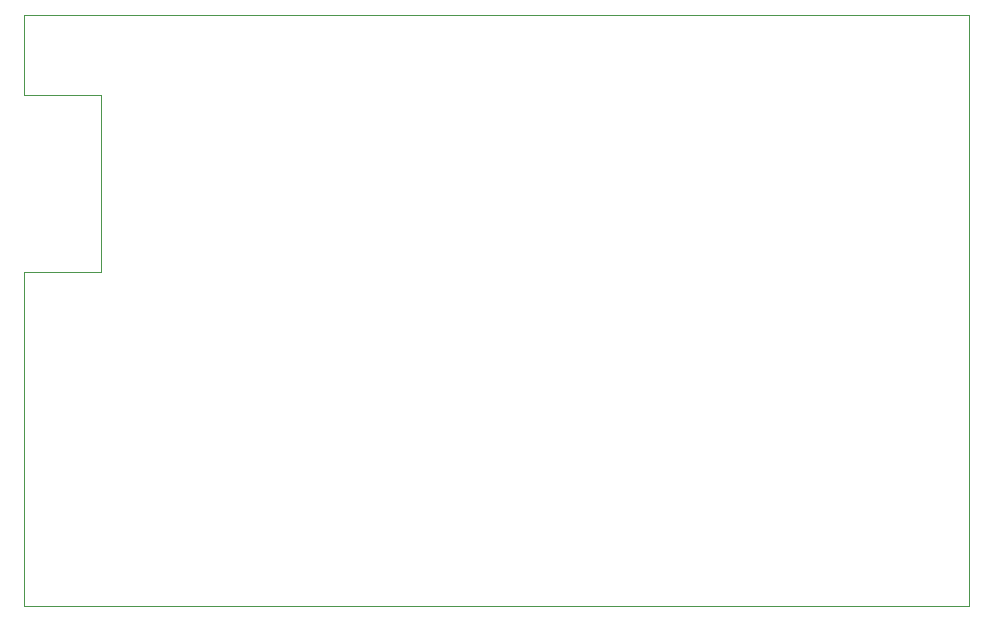
<source format=gbr>
%TF.GenerationSoftware,KiCad,Pcbnew,6.0.0*%
%TF.CreationDate,2022-01-14T21:47:46+01:00*%
%TF.ProjectId,cowmotics-aquarea,636f776d-6f74-4696-9373-2d6171756172,1*%
%TF.SameCoordinates,Original*%
%TF.FileFunction,Profile,NP*%
%FSLAX46Y46*%
G04 Gerber Fmt 4.6, Leading zero omitted, Abs format (unit mm)*
G04 Created by KiCad (PCBNEW 6.0.0) date 2022-01-14 21:47:46*
%MOMM*%
%LPD*%
G01*
G04 APERTURE LIST*
%TA.AperFunction,Profile*%
%ADD10C,0.100000*%
%TD*%
G04 APERTURE END LIST*
D10*
X188500000Y-130000000D02*
X108500000Y-130000000D01*
X108500000Y-86750000D02*
X115000000Y-86750000D01*
X115000000Y-86750000D02*
X115000000Y-101750000D01*
X188500000Y-80000000D02*
X188500000Y-130000000D01*
X115000000Y-101750000D02*
X108500000Y-101750000D01*
X108500000Y-80000000D02*
X108500000Y-86750000D01*
X108500000Y-130000000D02*
X108500000Y-101750000D01*
X108500000Y-80000000D02*
X188500000Y-80000000D01*
M02*

</source>
